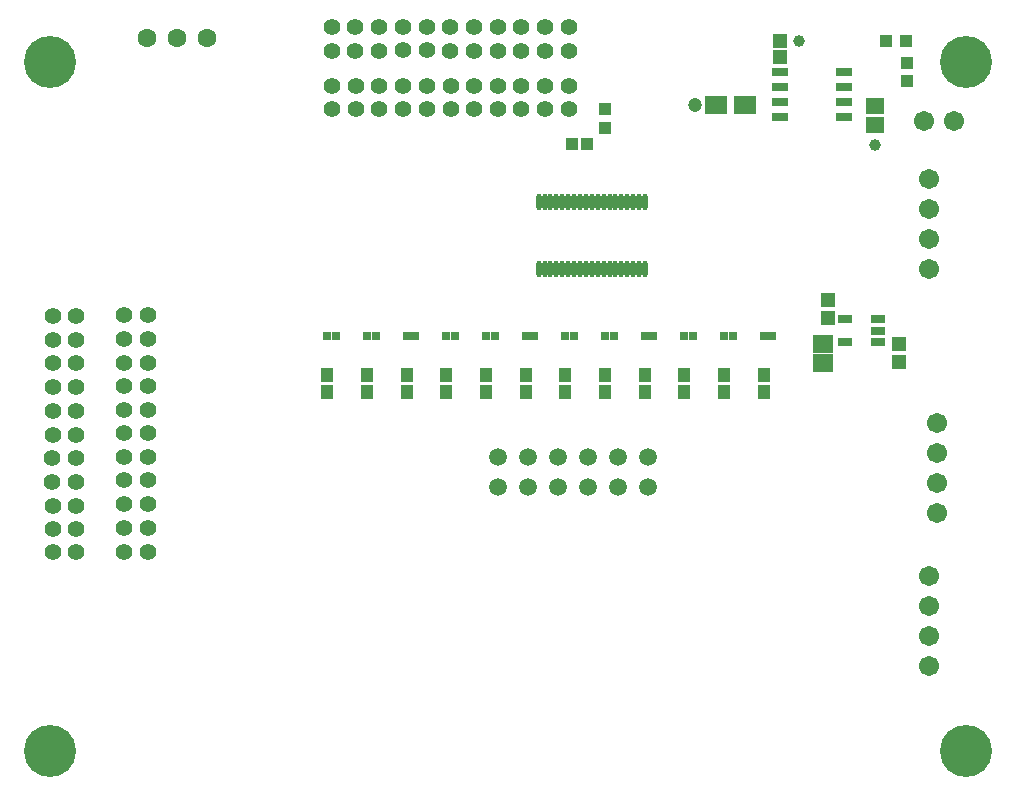
<source format=gts>
G04*
G04 #@! TF.GenerationSoftware,Altium Limited,Altium Designer,18.1.11 (251)*
G04*
G04 Layer_Color=8388736*
%FSLAX25Y25*%
%MOIN*%
G70*
G01*
G75*
%ADD30R,0.04540X0.05131*%
%ADD31R,0.06312X0.05721*%
%ADD32R,0.07296X0.06312*%
%ADD33R,0.06509X0.05918*%
%ADD34R,0.04343X0.04147*%
%ADD35R,0.03950X0.03950*%
%ADD36R,0.03950X0.03950*%
%ADD37R,0.05721X0.03162*%
%ADD38R,0.04737X0.04934*%
%ADD39R,0.04737X0.03162*%
%ADD40O,0.01784X0.05524*%
%ADD41R,0.04343X0.04540*%
%ADD42R,0.03084X0.02847*%
%ADD43C,0.06312*%
%ADD44C,0.06706*%
%ADD45C,0.17335*%
%ADD46C,0.05918*%
%ADD47C,0.05524*%
%ADD48C,0.03950*%
%ADD49C,0.04737*%
D30*
X456693Y417421D02*
D03*
Y411909D02*
D03*
D31*
X488091Y395866D02*
D03*
Y389370D02*
D03*
D32*
X435335Y396161D02*
D03*
X444980D02*
D03*
D33*
X470964Y310039D02*
D03*
Y316339D02*
D03*
D34*
X398300Y394651D02*
D03*
Y388549D02*
D03*
X498819Y404035D02*
D03*
Y410138D02*
D03*
D35*
X392191Y383000D02*
D03*
X387270D02*
D03*
D36*
X498429Y417421D02*
D03*
X491929D02*
D03*
D37*
X456543Y407000D02*
D03*
Y402000D02*
D03*
Y397000D02*
D03*
Y392000D02*
D03*
X478000Y407000D02*
D03*
Y402000D02*
D03*
Y397000D02*
D03*
Y392000D02*
D03*
D38*
X496068Y310485D02*
D03*
Y316390D02*
D03*
X472469Y331091D02*
D03*
Y325185D02*
D03*
D39*
X478255Y317098D02*
D03*
Y324578D02*
D03*
X489082D02*
D03*
Y320838D02*
D03*
Y317098D02*
D03*
D40*
X411537Y363841D02*
D03*
X409569D02*
D03*
X407600D02*
D03*
X405631D02*
D03*
X403663D02*
D03*
X401694D02*
D03*
X399726D02*
D03*
X397758D02*
D03*
X395789D02*
D03*
X393821D02*
D03*
X391852D02*
D03*
X389883D02*
D03*
X387915D02*
D03*
X385946D02*
D03*
X383978D02*
D03*
X382010D02*
D03*
X380041D02*
D03*
X378072D02*
D03*
X376104D02*
D03*
X411537Y341400D02*
D03*
X409569D02*
D03*
X407600D02*
D03*
X405631D02*
D03*
X403663D02*
D03*
X401694D02*
D03*
X399726D02*
D03*
X397758D02*
D03*
X395789D02*
D03*
X393821D02*
D03*
X391852D02*
D03*
X389883D02*
D03*
X387915D02*
D03*
X385946D02*
D03*
X383978D02*
D03*
X382010D02*
D03*
X380041D02*
D03*
X378072D02*
D03*
X376104D02*
D03*
D41*
X451100Y306154D02*
D03*
Y300446D02*
D03*
X437882Y306154D02*
D03*
Y300446D02*
D03*
X424664Y306154D02*
D03*
Y300446D02*
D03*
X411445Y306154D02*
D03*
Y300446D02*
D03*
X398227Y306154D02*
D03*
Y300446D02*
D03*
X385009Y306154D02*
D03*
Y300446D02*
D03*
X371791Y306154D02*
D03*
Y300446D02*
D03*
X358573Y306154D02*
D03*
Y300446D02*
D03*
X345355Y306154D02*
D03*
Y300446D02*
D03*
X332136Y306154D02*
D03*
Y300446D02*
D03*
X318918Y306154D02*
D03*
Y300446D02*
D03*
X305700Y306154D02*
D03*
Y300446D02*
D03*
D42*
Y319000D02*
D03*
X308613D02*
D03*
X318918D02*
D03*
X321832D02*
D03*
X332136D02*
D03*
X335050D02*
D03*
X345355D02*
D03*
X348268D02*
D03*
X358573D02*
D03*
X361486D02*
D03*
X371791D02*
D03*
X374704D02*
D03*
X385009D02*
D03*
X387923D02*
D03*
X398227D02*
D03*
X401141D02*
D03*
X411445D02*
D03*
X414359D02*
D03*
X424664D02*
D03*
X427577D02*
D03*
X437882D02*
D03*
X440795D02*
D03*
X451100D02*
D03*
X454013D02*
D03*
D43*
X245445Y418260D02*
D03*
X255445D02*
D03*
X265445D02*
D03*
D44*
X514401Y390761D02*
D03*
X504401D02*
D03*
X509000Y260000D02*
D03*
Y270000D02*
D03*
Y280000D02*
D03*
Y290000D02*
D03*
X506378Y341258D02*
D03*
Y351258D02*
D03*
Y361258D02*
D03*
Y371258D02*
D03*
Y239172D02*
D03*
Y229172D02*
D03*
Y219172D02*
D03*
Y209172D02*
D03*
D45*
X213288Y180717D02*
D03*
X518406D02*
D03*
Y410229D02*
D03*
X213288D02*
D03*
D46*
X412461Y268848D02*
D03*
Y278848D02*
D03*
X402461D02*
D03*
Y268848D02*
D03*
X392461D02*
D03*
Y278848D02*
D03*
X382461D02*
D03*
Y268848D02*
D03*
X372461D02*
D03*
Y278848D02*
D03*
X362461D02*
D03*
Y268848D02*
D03*
D47*
X307326Y394606D02*
D03*
Y402506D02*
D03*
X315226D02*
D03*
Y394606D02*
D03*
X323026D02*
D03*
Y402506D02*
D03*
X331026D02*
D03*
Y394606D02*
D03*
X338826D02*
D03*
Y402506D02*
D03*
X346726D02*
D03*
Y394606D02*
D03*
X354526D02*
D03*
Y402506D02*
D03*
X362426D02*
D03*
Y394606D02*
D03*
X370326D02*
D03*
Y402506D02*
D03*
X378226D02*
D03*
Y394606D02*
D03*
X386126D02*
D03*
Y402506D02*
D03*
X237900Y326000D02*
D03*
X245800D02*
D03*
Y318100D02*
D03*
X237900D02*
D03*
Y310200D02*
D03*
X245800D02*
D03*
Y302300D02*
D03*
X237900D02*
D03*
Y294400D02*
D03*
X245800D02*
D03*
Y286600D02*
D03*
X237900D02*
D03*
Y278700D02*
D03*
X245800D02*
D03*
Y270900D02*
D03*
X237900D02*
D03*
Y262900D02*
D03*
X245800D02*
D03*
Y255100D02*
D03*
X237900D02*
D03*
Y247200D02*
D03*
X245800D02*
D03*
X386126Y422006D02*
D03*
X378226D02*
D03*
X362426D02*
D03*
X370326D02*
D03*
X354526D02*
D03*
X346626D02*
D03*
X330826Y422106D02*
D03*
X338726D02*
D03*
X322926Y422006D02*
D03*
X315026D02*
D03*
X307326D02*
D03*
Y414206D02*
D03*
X315026D02*
D03*
X322926D02*
D03*
X338726Y414306D02*
D03*
X330826D02*
D03*
X346626Y414206D02*
D03*
X354526D02*
D03*
X370326D02*
D03*
X362426D02*
D03*
X378226D02*
D03*
X386126D02*
D03*
X221900Y325700D02*
D03*
Y317800D02*
D03*
Y302000D02*
D03*
Y309900D02*
D03*
Y294100D02*
D03*
Y286200D02*
D03*
X221800Y270400D02*
D03*
Y278300D02*
D03*
X221900Y262500D02*
D03*
Y254600D02*
D03*
Y246900D02*
D03*
X214100D02*
D03*
Y254600D02*
D03*
Y262500D02*
D03*
X214000Y278300D02*
D03*
Y270400D02*
D03*
X214100Y286200D02*
D03*
Y294100D02*
D03*
Y309900D02*
D03*
Y302000D02*
D03*
Y317800D02*
D03*
Y325700D02*
D03*
D48*
X462894Y417421D02*
D03*
X488091Y382776D02*
D03*
D49*
X428248Y396161D02*
D03*
M02*

</source>
